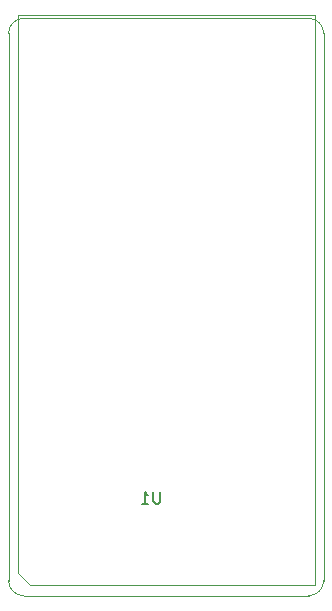
<source format=gbr>
%TF.GenerationSoftware,KiCad,Pcbnew,5.1.5+dfsg1-2~bpo10+1*%
%TF.CreationDate,Date%
%TF.ProjectId,PIS,5049532e-6b69-4636-9164-5f7063625858,rev?*%
%TF.SameCoordinates,Original*%
%TF.FileFunction,Other,Fab,Bot*%
%FSLAX45Y45*%
G04 Gerber Fmt 4.5, Leading zero omitted, Abs format (unit mm)*
G04 Created by KiCad*
%MOMM*%
%LPD*%
G04 APERTURE LIST*
%ADD10C,0.120000*%
%ADD11C,0.100000*%
%ADD12C,0.150000*%
G04 APERTURE END LIST*
D10*
X-190500Y4063511D02*
G75*
G02X-63500Y4190511I127000J0D01*
G01*
X2476500Y-571500D02*
G75*
G02X2349500Y-698500I-127000J0D01*
G01*
X2349500Y4190511D02*
G75*
G02X2476500Y4063511I0J-127000D01*
G01*
X-63500Y-698989D02*
G75*
G02X-190500Y-571989I0J127000D01*
G01*
X2476500Y-571500D02*
X2476500Y4064000D01*
X-63500Y-698500D02*
X2349500Y-698500D01*
X-190500Y4064000D02*
X-190500Y-571500D01*
X2349500Y4190511D02*
X-63500Y4190511D01*
D11*
X-12700Y-609600D02*
X-114300Y-508000D01*
X2400300Y-609600D02*
X-12700Y-609600D01*
X2400300Y4216400D02*
X2400300Y-609600D01*
X-114300Y4216400D02*
X2400300Y4216400D01*
X-114300Y-508000D02*
X-114300Y4216400D01*
D12*
X1092190Y181762D02*
X1092190Y100810D01*
X1087429Y91286D01*
X1082667Y86524D01*
X1073143Y81762D01*
X1054095Y81762D01*
X1044571Y86524D01*
X1039809Y91286D01*
X1035048Y100810D01*
X1035048Y181762D01*
X935048Y81762D02*
X992190Y81762D01*
X963619Y81762D02*
X963619Y181762D01*
X973143Y167476D01*
X982667Y157952D01*
X992190Y153191D01*
M02*

</source>
